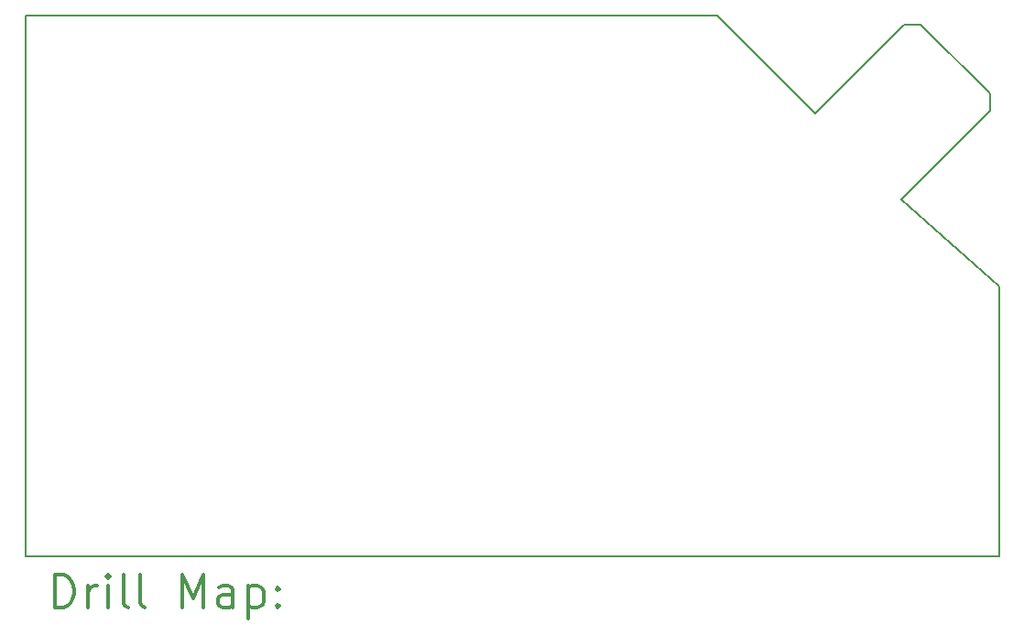
<source format=gbr>
%FSLAX45Y45*%
G04 Gerber Fmt 4.5, Leading zero omitted, Abs format (unit mm)*
G04 Created by KiCad (PCBNEW (5.0.0)) date 11/02/18 13:24:02*
%MOMM*%
%LPD*%
G01*
G04 APERTURE LIST*
%ADD10C,0.150000*%
%ADD11C,0.200000*%
%ADD12C,0.300000*%
G04 APERTURE END LIST*
D10*
X10620000Y-3080000D02*
X10780000Y-3080000D01*
X11420000Y-3880000D02*
X11420000Y-3720000D01*
X9800000Y-3900000D02*
X8900000Y-3000000D01*
X10620000Y-3080000D02*
X9800000Y-3900000D01*
X11420000Y-3720000D02*
X10780000Y-3080000D01*
X10600000Y-4700000D02*
X11420000Y-3880000D01*
X11500000Y-5500000D02*
X10600000Y-4700000D01*
X2500000Y-8000000D02*
X2500000Y-3000000D01*
X11500000Y-8000000D02*
X2500000Y-8000000D01*
X11500000Y-5500000D02*
X11500000Y-8000000D01*
X2500000Y-3000000D02*
X8900000Y-3000000D01*
D11*
D12*
X2778928Y-8473214D02*
X2778928Y-8173214D01*
X2850357Y-8173214D01*
X2893214Y-8187500D01*
X2921786Y-8216071D01*
X2936071Y-8244643D01*
X2950357Y-8301786D01*
X2950357Y-8344643D01*
X2936071Y-8401786D01*
X2921786Y-8430357D01*
X2893214Y-8458929D01*
X2850357Y-8473214D01*
X2778928Y-8473214D01*
X3078928Y-8473214D02*
X3078928Y-8273214D01*
X3078928Y-8330357D02*
X3093214Y-8301786D01*
X3107500Y-8287500D01*
X3136071Y-8273214D01*
X3164643Y-8273214D01*
X3264643Y-8473214D02*
X3264643Y-8273214D01*
X3264643Y-8173214D02*
X3250357Y-8187500D01*
X3264643Y-8201786D01*
X3278928Y-8187500D01*
X3264643Y-8173214D01*
X3264643Y-8201786D01*
X3450357Y-8473214D02*
X3421786Y-8458929D01*
X3407500Y-8430357D01*
X3407500Y-8173214D01*
X3607500Y-8473214D02*
X3578928Y-8458929D01*
X3564643Y-8430357D01*
X3564643Y-8173214D01*
X3950357Y-8473214D02*
X3950357Y-8173214D01*
X4050357Y-8387500D01*
X4150357Y-8173214D01*
X4150357Y-8473214D01*
X4421786Y-8473214D02*
X4421786Y-8316071D01*
X4407500Y-8287500D01*
X4378928Y-8273214D01*
X4321786Y-8273214D01*
X4293214Y-8287500D01*
X4421786Y-8458929D02*
X4393214Y-8473214D01*
X4321786Y-8473214D01*
X4293214Y-8458929D01*
X4278928Y-8430357D01*
X4278928Y-8401786D01*
X4293214Y-8373214D01*
X4321786Y-8358929D01*
X4393214Y-8358929D01*
X4421786Y-8344643D01*
X4564643Y-8273214D02*
X4564643Y-8573214D01*
X4564643Y-8287500D02*
X4593214Y-8273214D01*
X4650357Y-8273214D01*
X4678928Y-8287500D01*
X4693214Y-8301786D01*
X4707500Y-8330357D01*
X4707500Y-8416072D01*
X4693214Y-8444643D01*
X4678928Y-8458929D01*
X4650357Y-8473214D01*
X4593214Y-8473214D01*
X4564643Y-8458929D01*
X4836071Y-8444643D02*
X4850357Y-8458929D01*
X4836071Y-8473214D01*
X4821786Y-8458929D01*
X4836071Y-8444643D01*
X4836071Y-8473214D01*
X4836071Y-8287500D02*
X4850357Y-8301786D01*
X4836071Y-8316071D01*
X4821786Y-8301786D01*
X4836071Y-8287500D01*
X4836071Y-8316071D01*
M02*

</source>
